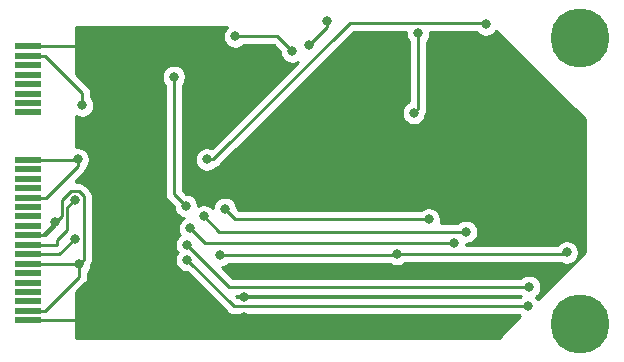
<source format=gbr>
G04 #@! TF.GenerationSoftware,KiCad,Pcbnew,5.1.5+dfsg1-2build2*
G04 #@! TF.CreationDate,2021-02-22T11:33:45+01:00*
G04 #@! TF.ProjectId,Lomu-hw,4c6f6d75-2d68-4772-9e6b-696361645f70,rev?*
G04 #@! TF.SameCoordinates,Original*
G04 #@! TF.FileFunction,Copper,L2,Bot*
G04 #@! TF.FilePolarity,Positive*
%FSLAX46Y46*%
G04 Gerber Fmt 4.6, Leading zero omitted, Abs format (unit mm)*
G04 Created by KiCad (PCBNEW 5.1.5+dfsg1-2build2) date 2021-02-22 11:33:45*
%MOMM*%
%LPD*%
G04 APERTURE LIST*
%ADD10R,2.300000X0.600000*%
%ADD11C,5.000000*%
%ADD12C,0.800000*%
%ADD13C,0.250000*%
%ADD14C,0.254000*%
G04 APERTURE END LIST*
D10*
X116476780Y-54057500D03*
X116476780Y-54857500D03*
X116476780Y-55657500D03*
X116476780Y-56457500D03*
X116476780Y-57257500D03*
X116476780Y-58057500D03*
X116476780Y-58857500D03*
X116476780Y-59657500D03*
X116476780Y-63657500D03*
X116476780Y-64457500D03*
X116476780Y-65257500D03*
X116476780Y-66057500D03*
X116476780Y-66857500D03*
X116476780Y-67657500D03*
X116476780Y-68457500D03*
X116476780Y-69257500D03*
X116476780Y-70057500D03*
X116476780Y-70857500D03*
X116476780Y-71657500D03*
X116476780Y-72457500D03*
X116476780Y-73257500D03*
X116476780Y-74057500D03*
X116476780Y-74857500D03*
X116476780Y-75657500D03*
X116476780Y-76457500D03*
X116476780Y-77257500D03*
D11*
X163154360Y-53327300D03*
X163156900Y-77551280D03*
D12*
X138811000Y-54483000D03*
X133985000Y-53213000D03*
X120396000Y-67056000D03*
X120396000Y-70358000D03*
X120650000Y-63627000D03*
X121031000Y-59055000D03*
X120777000Y-72517000D03*
X118745000Y-68961000D03*
X121412000Y-77216000D03*
X126492000Y-54102000D03*
X128397000Y-53594000D03*
X125984000Y-56515000D03*
X126365000Y-74676000D03*
X151003000Y-72771000D03*
X153416000Y-54356000D03*
X145542000Y-55880000D03*
X139700000Y-64897000D03*
X124714000Y-62738000D03*
X129921000Y-61849000D03*
X134747000Y-75311000D03*
X134747000Y-76962000D03*
X134747000Y-73406000D03*
X132715000Y-71755000D03*
X147701000Y-71628000D03*
X162052000Y-71501000D03*
X141732000Y-51943000D03*
X140208000Y-53975000D03*
X130175000Y-69469000D03*
X152527000Y-70739000D03*
X129921000Y-70866000D03*
X158877000Y-74422000D03*
X129921000Y-72136000D03*
X158750000Y-76073000D03*
X153512853Y-69753147D03*
X131318000Y-68453000D03*
X150368000Y-68707000D03*
X133096000Y-67818000D03*
X131572000Y-63627000D03*
X155194000Y-52197000D03*
X149479000Y-52959000D03*
X149098000Y-59690000D03*
X129794000Y-67564000D03*
X128778000Y-56642000D03*
D13*
X137541000Y-53213000D02*
X138811000Y-54483000D01*
X133985000Y-53213000D02*
X133985000Y-53213000D01*
X133985000Y-53213000D02*
X137541000Y-53213000D01*
X118872000Y-70866000D02*
X118863500Y-70857500D01*
X118863500Y-70857500D02*
X116476780Y-70857500D01*
X118872000Y-70866000D02*
X118872000Y-70485000D01*
X118872000Y-70485000D02*
X119761000Y-69596000D01*
X119761000Y-67691000D02*
X120396000Y-67056000D01*
X119761000Y-69596000D02*
X119761000Y-67691000D01*
X119096500Y-71657500D02*
X116476780Y-71657500D01*
X120396000Y-70358000D02*
X119096500Y-71657500D01*
X120777000Y-73557280D02*
X120777000Y-72517000D01*
X117876780Y-76457500D02*
X120777000Y-73557280D01*
X116476780Y-76457500D02*
X117876780Y-76457500D01*
X120717500Y-72457500D02*
X120777000Y-72517000D01*
X116476780Y-72457500D02*
X120717500Y-72457500D01*
X120619500Y-63657500D02*
X120650000Y-63627000D01*
X116476780Y-63657500D02*
X120619500Y-63657500D01*
X121031000Y-58011720D02*
X121031000Y-59055000D01*
X117876780Y-54857500D02*
X121031000Y-58011720D01*
X116476780Y-54857500D02*
X117876780Y-54857500D01*
X120650000Y-64192685D02*
X120650000Y-63627000D01*
X117985185Y-66857500D02*
X120650000Y-64192685D01*
X116476780Y-66857500D02*
X117985185Y-66857500D01*
X120777000Y-72517000D02*
X120777000Y-72517000D01*
X118745000Y-69189280D02*
X118745000Y-68961000D01*
X117876780Y-70057500D02*
X118745000Y-69189280D01*
X116476780Y-70057500D02*
X117876780Y-70057500D01*
X121176999Y-72117001D02*
X120777000Y-72517000D01*
X121176999Y-66763997D02*
X121176999Y-72117001D01*
X120744001Y-66330999D02*
X121176999Y-66763997D01*
X120047999Y-66330999D02*
X120744001Y-66330999D01*
X119310990Y-67068008D02*
X120047999Y-66330999D01*
X119310990Y-68458292D02*
X119310990Y-67068008D01*
X117711782Y-70057500D02*
X119310990Y-68458292D01*
X116476780Y-70057500D02*
X117711782Y-70057500D01*
X121370500Y-77257500D02*
X121412000Y-77216000D01*
X116476780Y-77257500D02*
X121370500Y-77257500D01*
X126447500Y-54057500D02*
X126492000Y-54102000D01*
X116476780Y-54057500D02*
X126447500Y-54057500D01*
X147574000Y-71755000D02*
X147701000Y-71628000D01*
X132715000Y-71755000D02*
X147574000Y-71755000D01*
X161925000Y-71628000D02*
X162052000Y-71501000D01*
X147701000Y-71628000D02*
X161925000Y-71628000D01*
X141732000Y-52451000D02*
X141732000Y-51943000D01*
X140208000Y-53975000D02*
X141732000Y-52451000D01*
X131445000Y-70739000D02*
X152527000Y-70739000D01*
X130175000Y-69469000D02*
X131445000Y-70739000D01*
X133477000Y-74422000D02*
X158877000Y-74422000D01*
X129921000Y-70866000D02*
X133477000Y-74422000D01*
X133858000Y-76073000D02*
X158750000Y-76073000D01*
X129921000Y-72136000D02*
X133858000Y-76073000D01*
X153512853Y-69753147D02*
X153543000Y-69723000D01*
X153416000Y-69850000D02*
X153512853Y-69753147D01*
X132618147Y-69753147D02*
X153512853Y-69753147D01*
X131318000Y-68453000D02*
X132618147Y-69753147D01*
X150241000Y-68834000D02*
X150368000Y-68707000D01*
X133477000Y-68199000D02*
X133096000Y-67818000D01*
X133985000Y-68707000D02*
X133096000Y-67818000D01*
X150368000Y-68707000D02*
X133985000Y-68707000D01*
X132137685Y-63627000D02*
X143694685Y-52070000D01*
X131572000Y-63627000D02*
X132137685Y-63627000D01*
X143694685Y-52070000D02*
X150876000Y-52070000D01*
X155067000Y-52070000D02*
X155194000Y-52197000D01*
X150876000Y-52070000D02*
X155067000Y-52070000D01*
X149479000Y-59309000D02*
X149098000Y-59690000D01*
X149479000Y-52959000D02*
X149479000Y-59309000D01*
X128778000Y-66548000D02*
X128778000Y-56642000D01*
X129794000Y-67564000D02*
X128778000Y-66548000D01*
D14*
G36*
X133181063Y-52553226D02*
G01*
X133067795Y-52722744D01*
X132989774Y-52911102D01*
X132950000Y-53111061D01*
X132950000Y-53314939D01*
X132989774Y-53514898D01*
X133067795Y-53703256D01*
X133181063Y-53872774D01*
X133325226Y-54016937D01*
X133494744Y-54130205D01*
X133683102Y-54208226D01*
X133883061Y-54248000D01*
X134086939Y-54248000D01*
X134286898Y-54208226D01*
X134475256Y-54130205D01*
X134644774Y-54016937D01*
X134688711Y-53973000D01*
X137226199Y-53973000D01*
X137776000Y-54522802D01*
X137776000Y-54584939D01*
X137815774Y-54784898D01*
X137893795Y-54973256D01*
X138007063Y-55142774D01*
X138151226Y-55286937D01*
X138320744Y-55400205D01*
X138509102Y-55478226D01*
X138709061Y-55518000D01*
X138912939Y-55518000D01*
X139112898Y-55478226D01*
X139281492Y-55408392D01*
X132004155Y-62685729D01*
X131873898Y-62631774D01*
X131673939Y-62592000D01*
X131470061Y-62592000D01*
X131270102Y-62631774D01*
X131081744Y-62709795D01*
X130912226Y-62823063D01*
X130768063Y-62967226D01*
X130654795Y-63136744D01*
X130576774Y-63325102D01*
X130537000Y-63525061D01*
X130537000Y-63728939D01*
X130576774Y-63928898D01*
X130654795Y-64117256D01*
X130768063Y-64286774D01*
X130912226Y-64430937D01*
X131081744Y-64544205D01*
X131270102Y-64622226D01*
X131470061Y-64662000D01*
X131673939Y-64662000D01*
X131873898Y-64622226D01*
X132062256Y-64544205D01*
X132231774Y-64430937D01*
X132286724Y-64375987D01*
X132429932Y-64332546D01*
X132561961Y-64261974D01*
X132677686Y-64167001D01*
X132701489Y-64137997D01*
X144009487Y-52830000D01*
X148449383Y-52830000D01*
X148444000Y-52857061D01*
X148444000Y-53060939D01*
X148483774Y-53260898D01*
X148561795Y-53449256D01*
X148675063Y-53618774D01*
X148719000Y-53662711D01*
X148719001Y-58726711D01*
X148607744Y-58772795D01*
X148438226Y-58886063D01*
X148294063Y-59030226D01*
X148180795Y-59199744D01*
X148102774Y-59388102D01*
X148063000Y-59588061D01*
X148063000Y-59791939D01*
X148102774Y-59991898D01*
X148180795Y-60180256D01*
X148294063Y-60349774D01*
X148438226Y-60493937D01*
X148607744Y-60607205D01*
X148796102Y-60685226D01*
X148996061Y-60725000D01*
X149199939Y-60725000D01*
X149399898Y-60685226D01*
X149588256Y-60607205D01*
X149757774Y-60493937D01*
X149901937Y-60349774D01*
X150015205Y-60180256D01*
X150093226Y-59991898D01*
X150133000Y-59791939D01*
X150133000Y-59697681D01*
X150184546Y-59601247D01*
X150228003Y-59457986D01*
X150239000Y-59346333D01*
X150239000Y-59346324D01*
X150242676Y-59309001D01*
X150239000Y-59271678D01*
X150239000Y-53662711D01*
X150282937Y-53618774D01*
X150396205Y-53449256D01*
X150474226Y-53260898D01*
X150514000Y-53060939D01*
X150514000Y-52857061D01*
X150508617Y-52830000D01*
X154372173Y-52830000D01*
X154390063Y-52856774D01*
X154534226Y-53000937D01*
X154703744Y-53114205D01*
X154892102Y-53192226D01*
X155092061Y-53232000D01*
X155295939Y-53232000D01*
X155495898Y-53192226D01*
X155684256Y-53114205D01*
X155853774Y-53000937D01*
X155997937Y-52856774D01*
X156071729Y-52746335D01*
X163576000Y-60250606D01*
X163576000Y-71448394D01*
X159576860Y-75447534D01*
X159553937Y-75413226D01*
X159434791Y-75294080D01*
X159536774Y-75225937D01*
X159680937Y-75081774D01*
X159794205Y-74912256D01*
X159872226Y-74723898D01*
X159912000Y-74523939D01*
X159912000Y-74320061D01*
X159872226Y-74120102D01*
X159794205Y-73931744D01*
X159680937Y-73762226D01*
X159536774Y-73618063D01*
X159367256Y-73504795D01*
X159178898Y-73426774D01*
X158978939Y-73387000D01*
X158775061Y-73387000D01*
X158575102Y-73426774D01*
X158386744Y-73504795D01*
X158217226Y-73618063D01*
X158173289Y-73662000D01*
X133791803Y-73662000D01*
X132902736Y-72772934D01*
X133016898Y-72750226D01*
X133205256Y-72672205D01*
X133374774Y-72558937D01*
X133418711Y-72515000D01*
X147165539Y-72515000D01*
X147210744Y-72545205D01*
X147399102Y-72623226D01*
X147599061Y-72663000D01*
X147802939Y-72663000D01*
X148002898Y-72623226D01*
X148191256Y-72545205D01*
X148360774Y-72431937D01*
X148404711Y-72388000D01*
X161516539Y-72388000D01*
X161561744Y-72418205D01*
X161750102Y-72496226D01*
X161950061Y-72536000D01*
X162153939Y-72536000D01*
X162353898Y-72496226D01*
X162542256Y-72418205D01*
X162711774Y-72304937D01*
X162855937Y-72160774D01*
X162969205Y-71991256D01*
X163047226Y-71802898D01*
X163087000Y-71602939D01*
X163087000Y-71399061D01*
X163047226Y-71199102D01*
X162969205Y-71010744D01*
X162855937Y-70841226D01*
X162711774Y-70697063D01*
X162542256Y-70583795D01*
X162353898Y-70505774D01*
X162153939Y-70466000D01*
X161950061Y-70466000D01*
X161750102Y-70505774D01*
X161561744Y-70583795D01*
X161392226Y-70697063D01*
X161248063Y-70841226D01*
X161230173Y-70868000D01*
X153556617Y-70868000D01*
X153562000Y-70840939D01*
X153562000Y-70788147D01*
X153614792Y-70788147D01*
X153814751Y-70748373D01*
X154003109Y-70670352D01*
X154172627Y-70557084D01*
X154316790Y-70412921D01*
X154430058Y-70243403D01*
X154508079Y-70055045D01*
X154547853Y-69855086D01*
X154547853Y-69651208D01*
X154508079Y-69451249D01*
X154430058Y-69262891D01*
X154316790Y-69093373D01*
X154172627Y-68949210D01*
X154003109Y-68835942D01*
X153814751Y-68757921D01*
X153614792Y-68718147D01*
X153410914Y-68718147D01*
X153210955Y-68757921D01*
X153022597Y-68835942D01*
X152853079Y-68949210D01*
X152809142Y-68993147D01*
X151366359Y-68993147D01*
X151403000Y-68808939D01*
X151403000Y-68605061D01*
X151363226Y-68405102D01*
X151285205Y-68216744D01*
X151171937Y-68047226D01*
X151027774Y-67903063D01*
X150858256Y-67789795D01*
X150669898Y-67711774D01*
X150469939Y-67672000D01*
X150266061Y-67672000D01*
X150066102Y-67711774D01*
X149877744Y-67789795D01*
X149708226Y-67903063D01*
X149664289Y-67947000D01*
X134299802Y-67947000D01*
X134131000Y-67778198D01*
X134131000Y-67716061D01*
X134091226Y-67516102D01*
X134013205Y-67327744D01*
X133899937Y-67158226D01*
X133755774Y-67014063D01*
X133586256Y-66900795D01*
X133397898Y-66822774D01*
X133197939Y-66783000D01*
X132994061Y-66783000D01*
X132794102Y-66822774D01*
X132605744Y-66900795D01*
X132436226Y-67014063D01*
X132292063Y-67158226D01*
X132178795Y-67327744D01*
X132100774Y-67516102D01*
X132061000Y-67716061D01*
X132061000Y-67732289D01*
X131977774Y-67649063D01*
X131808256Y-67535795D01*
X131619898Y-67457774D01*
X131419939Y-67418000D01*
X131216061Y-67418000D01*
X131016102Y-67457774D01*
X130829000Y-67535275D01*
X130829000Y-67462061D01*
X130789226Y-67262102D01*
X130711205Y-67073744D01*
X130597937Y-66904226D01*
X130453774Y-66760063D01*
X130284256Y-66646795D01*
X130095898Y-66568774D01*
X129895939Y-66529000D01*
X129833802Y-66529000D01*
X129538000Y-66233199D01*
X129538000Y-57345711D01*
X129581937Y-57301774D01*
X129695205Y-57132256D01*
X129773226Y-56943898D01*
X129813000Y-56743939D01*
X129813000Y-56540061D01*
X129773226Y-56340102D01*
X129695205Y-56151744D01*
X129581937Y-55982226D01*
X129437774Y-55838063D01*
X129268256Y-55724795D01*
X129079898Y-55646774D01*
X128879939Y-55607000D01*
X128676061Y-55607000D01*
X128476102Y-55646774D01*
X128287744Y-55724795D01*
X128118226Y-55838063D01*
X127974063Y-55982226D01*
X127860795Y-56151744D01*
X127782774Y-56340102D01*
X127743000Y-56540061D01*
X127743000Y-56743939D01*
X127782774Y-56943898D01*
X127860795Y-57132256D01*
X127974063Y-57301774D01*
X128018001Y-57345712D01*
X128018000Y-66510678D01*
X128014324Y-66548000D01*
X128018000Y-66585322D01*
X128018000Y-66585332D01*
X128028997Y-66696985D01*
X128055089Y-66783000D01*
X128072454Y-66840246D01*
X128143026Y-66972276D01*
X128171101Y-67006485D01*
X128237999Y-67088001D01*
X128267002Y-67111804D01*
X128759000Y-67603802D01*
X128759000Y-67665939D01*
X128798774Y-67865898D01*
X128876795Y-68054256D01*
X128990063Y-68223774D01*
X129134226Y-68367937D01*
X129303744Y-68481205D01*
X129492102Y-68559226D01*
X129631982Y-68587050D01*
X129515226Y-68665063D01*
X129371063Y-68809226D01*
X129257795Y-68978744D01*
X129179774Y-69167102D01*
X129140000Y-69367061D01*
X129140000Y-69570939D01*
X129179774Y-69770898D01*
X129257795Y-69959256D01*
X129306345Y-70031916D01*
X129261226Y-70062063D01*
X129117063Y-70206226D01*
X129003795Y-70375744D01*
X128925774Y-70564102D01*
X128886000Y-70764061D01*
X128886000Y-70967939D01*
X128925774Y-71167898D01*
X129003795Y-71356256D01*
X129100510Y-71501000D01*
X129003795Y-71645744D01*
X128925774Y-71834102D01*
X128886000Y-72034061D01*
X128886000Y-72237939D01*
X128925774Y-72437898D01*
X129003795Y-72626256D01*
X129117063Y-72795774D01*
X129261226Y-72939937D01*
X129430744Y-73053205D01*
X129619102Y-73131226D01*
X129819061Y-73171000D01*
X129881199Y-73171000D01*
X133294201Y-76584003D01*
X133317999Y-76613001D01*
X133433724Y-76707974D01*
X133565753Y-76778546D01*
X133709014Y-76822003D01*
X133820667Y-76833000D01*
X133820675Y-76833000D01*
X133858000Y-76836676D01*
X133895325Y-76833000D01*
X158046289Y-76833000D01*
X158090226Y-76876937D01*
X158124534Y-76899860D01*
X156284394Y-78740000D01*
X120523000Y-78740000D01*
X120523000Y-74886082D01*
X121288009Y-74121074D01*
X121317001Y-74097281D01*
X121340795Y-74068288D01*
X121340799Y-74068284D01*
X121411973Y-73981557D01*
X121411974Y-73981556D01*
X121482546Y-73849527D01*
X121526003Y-73706266D01*
X121537000Y-73594613D01*
X121537000Y-73594604D01*
X121540676Y-73557281D01*
X121537000Y-73519958D01*
X121537000Y-73220711D01*
X121580937Y-73176774D01*
X121694205Y-73007256D01*
X121772226Y-72818898D01*
X121812000Y-72618939D01*
X121812000Y-72541226D01*
X121882545Y-72409248D01*
X121926002Y-72265987D01*
X121936999Y-72154334D01*
X121936999Y-72154324D01*
X121940675Y-72117002D01*
X121936999Y-72079679D01*
X121936999Y-66801322D01*
X121940675Y-66763997D01*
X121936999Y-66726672D01*
X121936999Y-66726664D01*
X121926002Y-66615011D01*
X121882545Y-66471750D01*
X121811973Y-66339721D01*
X121717000Y-66223996D01*
X121687997Y-66200194D01*
X121307805Y-65820002D01*
X121284002Y-65790998D01*
X121168277Y-65696025D01*
X121036248Y-65625453D01*
X120892987Y-65581996D01*
X120781334Y-65570999D01*
X120781323Y-65570999D01*
X120744001Y-65567323D01*
X120706679Y-65570999D01*
X120523000Y-65570999D01*
X120523000Y-65394487D01*
X121161004Y-64756483D01*
X121190001Y-64732686D01*
X121284974Y-64616961D01*
X121355546Y-64484932D01*
X121398987Y-64341724D01*
X121453937Y-64286774D01*
X121567205Y-64117256D01*
X121645226Y-63928898D01*
X121685000Y-63728939D01*
X121685000Y-63525061D01*
X121645226Y-63325102D01*
X121567205Y-63136744D01*
X121453937Y-62967226D01*
X121309774Y-62823063D01*
X121140256Y-62709795D01*
X120951898Y-62631774D01*
X120751939Y-62592000D01*
X120548061Y-62592000D01*
X120523000Y-62596985D01*
X120523000Y-59960349D01*
X120540744Y-59972205D01*
X120729102Y-60050226D01*
X120929061Y-60090000D01*
X121132939Y-60090000D01*
X121332898Y-60050226D01*
X121521256Y-59972205D01*
X121690774Y-59858937D01*
X121834937Y-59714774D01*
X121948205Y-59545256D01*
X122026226Y-59356898D01*
X122066000Y-59156939D01*
X122066000Y-58953061D01*
X122026226Y-58753102D01*
X121948205Y-58564744D01*
X121834937Y-58395226D01*
X121791000Y-58351289D01*
X121791000Y-58049045D01*
X121794676Y-58011720D01*
X121791000Y-57974395D01*
X121791000Y-57974387D01*
X121780003Y-57862734D01*
X121736546Y-57719473D01*
X121665974Y-57587444D01*
X121571001Y-57471719D01*
X121542004Y-57447922D01*
X120523000Y-56428918D01*
X120523000Y-52451000D01*
X133283289Y-52451000D01*
X133181063Y-52553226D01*
G37*
X133181063Y-52553226D02*
X133067795Y-52722744D01*
X132989774Y-52911102D01*
X132950000Y-53111061D01*
X132950000Y-53314939D01*
X132989774Y-53514898D01*
X133067795Y-53703256D01*
X133181063Y-53872774D01*
X133325226Y-54016937D01*
X133494744Y-54130205D01*
X133683102Y-54208226D01*
X133883061Y-54248000D01*
X134086939Y-54248000D01*
X134286898Y-54208226D01*
X134475256Y-54130205D01*
X134644774Y-54016937D01*
X134688711Y-53973000D01*
X137226199Y-53973000D01*
X137776000Y-54522802D01*
X137776000Y-54584939D01*
X137815774Y-54784898D01*
X137893795Y-54973256D01*
X138007063Y-55142774D01*
X138151226Y-55286937D01*
X138320744Y-55400205D01*
X138509102Y-55478226D01*
X138709061Y-55518000D01*
X138912939Y-55518000D01*
X139112898Y-55478226D01*
X139281492Y-55408392D01*
X132004155Y-62685729D01*
X131873898Y-62631774D01*
X131673939Y-62592000D01*
X131470061Y-62592000D01*
X131270102Y-62631774D01*
X131081744Y-62709795D01*
X130912226Y-62823063D01*
X130768063Y-62967226D01*
X130654795Y-63136744D01*
X130576774Y-63325102D01*
X130537000Y-63525061D01*
X130537000Y-63728939D01*
X130576774Y-63928898D01*
X130654795Y-64117256D01*
X130768063Y-64286774D01*
X130912226Y-64430937D01*
X131081744Y-64544205D01*
X131270102Y-64622226D01*
X131470061Y-64662000D01*
X131673939Y-64662000D01*
X131873898Y-64622226D01*
X132062256Y-64544205D01*
X132231774Y-64430937D01*
X132286724Y-64375987D01*
X132429932Y-64332546D01*
X132561961Y-64261974D01*
X132677686Y-64167001D01*
X132701489Y-64137997D01*
X144009487Y-52830000D01*
X148449383Y-52830000D01*
X148444000Y-52857061D01*
X148444000Y-53060939D01*
X148483774Y-53260898D01*
X148561795Y-53449256D01*
X148675063Y-53618774D01*
X148719000Y-53662711D01*
X148719001Y-58726711D01*
X148607744Y-58772795D01*
X148438226Y-58886063D01*
X148294063Y-59030226D01*
X148180795Y-59199744D01*
X148102774Y-59388102D01*
X148063000Y-59588061D01*
X148063000Y-59791939D01*
X148102774Y-59991898D01*
X148180795Y-60180256D01*
X148294063Y-60349774D01*
X148438226Y-60493937D01*
X148607744Y-60607205D01*
X148796102Y-60685226D01*
X148996061Y-60725000D01*
X149199939Y-60725000D01*
X149399898Y-60685226D01*
X149588256Y-60607205D01*
X149757774Y-60493937D01*
X149901937Y-60349774D01*
X150015205Y-60180256D01*
X150093226Y-59991898D01*
X150133000Y-59791939D01*
X150133000Y-59697681D01*
X150184546Y-59601247D01*
X150228003Y-59457986D01*
X150239000Y-59346333D01*
X150239000Y-59346324D01*
X150242676Y-59309001D01*
X150239000Y-59271678D01*
X150239000Y-53662711D01*
X150282937Y-53618774D01*
X150396205Y-53449256D01*
X150474226Y-53260898D01*
X150514000Y-53060939D01*
X150514000Y-52857061D01*
X150508617Y-52830000D01*
X154372173Y-52830000D01*
X154390063Y-52856774D01*
X154534226Y-53000937D01*
X154703744Y-53114205D01*
X154892102Y-53192226D01*
X155092061Y-53232000D01*
X155295939Y-53232000D01*
X155495898Y-53192226D01*
X155684256Y-53114205D01*
X155853774Y-53000937D01*
X155997937Y-52856774D01*
X156071729Y-52746335D01*
X163576000Y-60250606D01*
X163576000Y-71448394D01*
X159576860Y-75447534D01*
X159553937Y-75413226D01*
X159434791Y-75294080D01*
X159536774Y-75225937D01*
X159680937Y-75081774D01*
X159794205Y-74912256D01*
X159872226Y-74723898D01*
X159912000Y-74523939D01*
X159912000Y-74320061D01*
X159872226Y-74120102D01*
X159794205Y-73931744D01*
X159680937Y-73762226D01*
X159536774Y-73618063D01*
X159367256Y-73504795D01*
X159178898Y-73426774D01*
X158978939Y-73387000D01*
X158775061Y-73387000D01*
X158575102Y-73426774D01*
X158386744Y-73504795D01*
X158217226Y-73618063D01*
X158173289Y-73662000D01*
X133791803Y-73662000D01*
X132902736Y-72772934D01*
X133016898Y-72750226D01*
X133205256Y-72672205D01*
X133374774Y-72558937D01*
X133418711Y-72515000D01*
X147165539Y-72515000D01*
X147210744Y-72545205D01*
X147399102Y-72623226D01*
X147599061Y-72663000D01*
X147802939Y-72663000D01*
X148002898Y-72623226D01*
X148191256Y-72545205D01*
X148360774Y-72431937D01*
X148404711Y-72388000D01*
X161516539Y-72388000D01*
X161561744Y-72418205D01*
X161750102Y-72496226D01*
X161950061Y-72536000D01*
X162153939Y-72536000D01*
X162353898Y-72496226D01*
X162542256Y-72418205D01*
X162711774Y-72304937D01*
X162855937Y-72160774D01*
X162969205Y-71991256D01*
X163047226Y-71802898D01*
X163087000Y-71602939D01*
X163087000Y-71399061D01*
X163047226Y-71199102D01*
X162969205Y-71010744D01*
X162855937Y-70841226D01*
X162711774Y-70697063D01*
X162542256Y-70583795D01*
X162353898Y-70505774D01*
X162153939Y-70466000D01*
X161950061Y-70466000D01*
X161750102Y-70505774D01*
X161561744Y-70583795D01*
X161392226Y-70697063D01*
X161248063Y-70841226D01*
X161230173Y-70868000D01*
X153556617Y-70868000D01*
X153562000Y-70840939D01*
X153562000Y-70788147D01*
X153614792Y-70788147D01*
X153814751Y-70748373D01*
X154003109Y-70670352D01*
X154172627Y-70557084D01*
X154316790Y-70412921D01*
X154430058Y-70243403D01*
X154508079Y-70055045D01*
X154547853Y-69855086D01*
X154547853Y-69651208D01*
X154508079Y-69451249D01*
X154430058Y-69262891D01*
X154316790Y-69093373D01*
X154172627Y-68949210D01*
X154003109Y-68835942D01*
X153814751Y-68757921D01*
X153614792Y-68718147D01*
X153410914Y-68718147D01*
X153210955Y-68757921D01*
X153022597Y-68835942D01*
X152853079Y-68949210D01*
X152809142Y-68993147D01*
X151366359Y-68993147D01*
X151403000Y-68808939D01*
X151403000Y-68605061D01*
X151363226Y-68405102D01*
X151285205Y-68216744D01*
X151171937Y-68047226D01*
X151027774Y-67903063D01*
X150858256Y-67789795D01*
X150669898Y-67711774D01*
X150469939Y-67672000D01*
X150266061Y-67672000D01*
X150066102Y-67711774D01*
X149877744Y-67789795D01*
X149708226Y-67903063D01*
X149664289Y-67947000D01*
X134299802Y-67947000D01*
X134131000Y-67778198D01*
X134131000Y-67716061D01*
X134091226Y-67516102D01*
X134013205Y-67327744D01*
X133899937Y-67158226D01*
X133755774Y-67014063D01*
X133586256Y-66900795D01*
X133397898Y-66822774D01*
X133197939Y-66783000D01*
X132994061Y-66783000D01*
X132794102Y-66822774D01*
X132605744Y-66900795D01*
X132436226Y-67014063D01*
X132292063Y-67158226D01*
X132178795Y-67327744D01*
X132100774Y-67516102D01*
X132061000Y-67716061D01*
X132061000Y-67732289D01*
X131977774Y-67649063D01*
X131808256Y-67535795D01*
X131619898Y-67457774D01*
X131419939Y-67418000D01*
X131216061Y-67418000D01*
X131016102Y-67457774D01*
X130829000Y-67535275D01*
X130829000Y-67462061D01*
X130789226Y-67262102D01*
X130711205Y-67073744D01*
X130597937Y-66904226D01*
X130453774Y-66760063D01*
X130284256Y-66646795D01*
X130095898Y-66568774D01*
X129895939Y-66529000D01*
X129833802Y-66529000D01*
X129538000Y-66233199D01*
X129538000Y-57345711D01*
X129581937Y-57301774D01*
X129695205Y-57132256D01*
X129773226Y-56943898D01*
X129813000Y-56743939D01*
X129813000Y-56540061D01*
X129773226Y-56340102D01*
X129695205Y-56151744D01*
X129581937Y-55982226D01*
X129437774Y-55838063D01*
X129268256Y-55724795D01*
X129079898Y-55646774D01*
X128879939Y-55607000D01*
X128676061Y-55607000D01*
X128476102Y-55646774D01*
X128287744Y-55724795D01*
X128118226Y-55838063D01*
X127974063Y-55982226D01*
X127860795Y-56151744D01*
X127782774Y-56340102D01*
X127743000Y-56540061D01*
X127743000Y-56743939D01*
X127782774Y-56943898D01*
X127860795Y-57132256D01*
X127974063Y-57301774D01*
X128018001Y-57345712D01*
X128018000Y-66510678D01*
X128014324Y-66548000D01*
X128018000Y-66585322D01*
X128018000Y-66585332D01*
X128028997Y-66696985D01*
X128055089Y-66783000D01*
X128072454Y-66840246D01*
X128143026Y-66972276D01*
X128171101Y-67006485D01*
X128237999Y-67088001D01*
X128267002Y-67111804D01*
X128759000Y-67603802D01*
X128759000Y-67665939D01*
X128798774Y-67865898D01*
X128876795Y-68054256D01*
X128990063Y-68223774D01*
X129134226Y-68367937D01*
X129303744Y-68481205D01*
X129492102Y-68559226D01*
X129631982Y-68587050D01*
X129515226Y-68665063D01*
X129371063Y-68809226D01*
X129257795Y-68978744D01*
X129179774Y-69167102D01*
X129140000Y-69367061D01*
X129140000Y-69570939D01*
X129179774Y-69770898D01*
X129257795Y-69959256D01*
X129306345Y-70031916D01*
X129261226Y-70062063D01*
X129117063Y-70206226D01*
X129003795Y-70375744D01*
X128925774Y-70564102D01*
X128886000Y-70764061D01*
X128886000Y-70967939D01*
X128925774Y-71167898D01*
X129003795Y-71356256D01*
X129100510Y-71501000D01*
X129003795Y-71645744D01*
X128925774Y-71834102D01*
X128886000Y-72034061D01*
X128886000Y-72237939D01*
X128925774Y-72437898D01*
X129003795Y-72626256D01*
X129117063Y-72795774D01*
X129261226Y-72939937D01*
X129430744Y-73053205D01*
X129619102Y-73131226D01*
X129819061Y-73171000D01*
X129881199Y-73171000D01*
X133294201Y-76584003D01*
X133317999Y-76613001D01*
X133433724Y-76707974D01*
X133565753Y-76778546D01*
X133709014Y-76822003D01*
X133820667Y-76833000D01*
X133820675Y-76833000D01*
X133858000Y-76836676D01*
X133895325Y-76833000D01*
X158046289Y-76833000D01*
X158090226Y-76876937D01*
X158124534Y-76899860D01*
X156284394Y-78740000D01*
X120523000Y-78740000D01*
X120523000Y-74886082D01*
X121288009Y-74121074D01*
X121317001Y-74097281D01*
X121340795Y-74068288D01*
X121340799Y-74068284D01*
X121411973Y-73981557D01*
X121411974Y-73981556D01*
X121482546Y-73849527D01*
X121526003Y-73706266D01*
X121537000Y-73594613D01*
X121537000Y-73594604D01*
X121540676Y-73557281D01*
X121537000Y-73519958D01*
X121537000Y-73220711D01*
X121580937Y-73176774D01*
X121694205Y-73007256D01*
X121772226Y-72818898D01*
X121812000Y-72618939D01*
X121812000Y-72541226D01*
X121882545Y-72409248D01*
X121926002Y-72265987D01*
X121936999Y-72154334D01*
X121936999Y-72154324D01*
X121940675Y-72117002D01*
X121936999Y-72079679D01*
X121936999Y-66801322D01*
X121940675Y-66763997D01*
X121936999Y-66726672D01*
X121936999Y-66726664D01*
X121926002Y-66615011D01*
X121882545Y-66471750D01*
X121811973Y-66339721D01*
X121717000Y-66223996D01*
X121687997Y-66200194D01*
X121307805Y-65820002D01*
X121284002Y-65790998D01*
X121168277Y-65696025D01*
X121036248Y-65625453D01*
X120892987Y-65581996D01*
X120781334Y-65570999D01*
X120781323Y-65570999D01*
X120744001Y-65567323D01*
X120706679Y-65570999D01*
X120523000Y-65570999D01*
X120523000Y-65394487D01*
X121161004Y-64756483D01*
X121190001Y-64732686D01*
X121284974Y-64616961D01*
X121355546Y-64484932D01*
X121398987Y-64341724D01*
X121453937Y-64286774D01*
X121567205Y-64117256D01*
X121645226Y-63928898D01*
X121685000Y-63728939D01*
X121685000Y-63525061D01*
X121645226Y-63325102D01*
X121567205Y-63136744D01*
X121453937Y-62967226D01*
X121309774Y-62823063D01*
X121140256Y-62709795D01*
X120951898Y-62631774D01*
X120751939Y-62592000D01*
X120548061Y-62592000D01*
X120523000Y-62596985D01*
X120523000Y-59960349D01*
X120540744Y-59972205D01*
X120729102Y-60050226D01*
X120929061Y-60090000D01*
X121132939Y-60090000D01*
X121332898Y-60050226D01*
X121521256Y-59972205D01*
X121690774Y-59858937D01*
X121834937Y-59714774D01*
X121948205Y-59545256D01*
X122026226Y-59356898D01*
X122066000Y-59156939D01*
X122066000Y-58953061D01*
X122026226Y-58753102D01*
X121948205Y-58564744D01*
X121834937Y-58395226D01*
X121791000Y-58351289D01*
X121791000Y-58049045D01*
X121794676Y-58011720D01*
X121791000Y-57974395D01*
X121791000Y-57974387D01*
X121780003Y-57862734D01*
X121736546Y-57719473D01*
X121665974Y-57587444D01*
X121571001Y-57471719D01*
X121542004Y-57447922D01*
X120523000Y-56428918D01*
X120523000Y-52451000D01*
X133283289Y-52451000D01*
X133181063Y-52553226D01*
G36*
X158192209Y-75200920D02*
G01*
X158090226Y-75269063D01*
X158046289Y-75313000D01*
X134172802Y-75313000D01*
X134041802Y-75182000D01*
X158173289Y-75182000D01*
X158192209Y-75200920D01*
G37*
X158192209Y-75200920D02*
X158090226Y-75269063D01*
X158046289Y-75313000D01*
X134172802Y-75313000D01*
X134041802Y-75182000D01*
X158173289Y-75182000D01*
X158192209Y-75200920D01*
M02*

</source>
